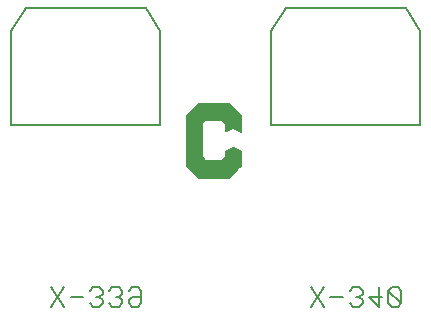
<source format=gbo>
G75*
G70*
%OFA0B0*%
%FSLAX24Y24*%
%IPPOS*%
%LPD*%
%AMOC8*
5,1,8,0,0,1.08239X$1,22.5*
%
%ADD10C,0.0060*%
%ADD11C,0.0020*%
%ADD12C,0.0050*%
D10*
X008793Y001399D02*
X009220Y002039D01*
X009437Y001719D02*
X009864Y001719D01*
X010082Y001506D02*
X010189Y001399D01*
X010402Y001399D01*
X010509Y001506D01*
X010509Y001612D01*
X010402Y001719D01*
X010509Y001826D01*
X010509Y001933D01*
X010402Y002039D01*
X010189Y002039D01*
X010082Y001933D01*
X010295Y001719D02*
X010402Y001719D01*
X010726Y001506D02*
X010833Y001399D01*
X011047Y001399D01*
X011153Y001506D01*
X011153Y001612D01*
X011047Y001719D01*
X011153Y001826D01*
X011153Y001933D01*
X011047Y002039D01*
X010833Y002039D01*
X010726Y001933D01*
X010940Y001719D02*
X011047Y001719D01*
X011371Y001612D02*
X011478Y001719D01*
X011798Y001719D01*
X011798Y001506D02*
X011691Y001399D01*
X011478Y001399D01*
X011371Y001506D01*
X011371Y001612D01*
X011371Y001933D02*
X011478Y002039D01*
X011691Y002039D01*
X011798Y001933D01*
X011798Y001506D01*
X009220Y001399D02*
X008793Y002039D01*
X017454Y002039D02*
X017881Y001399D01*
X017454Y001399D02*
X017881Y002039D01*
X018099Y001719D02*
X018526Y001719D01*
X018743Y001506D02*
X018850Y001399D01*
X019064Y001399D01*
X019170Y001506D01*
X019170Y001612D01*
X019064Y001719D01*
X019170Y001826D01*
X019170Y001933D01*
X019064Y002039D01*
X018850Y002039D01*
X018743Y001933D01*
X018957Y001719D02*
X019064Y001719D01*
X019388Y001719D02*
X019815Y001719D01*
X020032Y001506D02*
X020139Y001399D01*
X020353Y001399D01*
X020459Y001506D01*
X020032Y001933D01*
X020139Y002039D01*
X020353Y002039D01*
X020459Y001933D01*
X020459Y001506D01*
X020032Y001506D02*
X020032Y001933D01*
X019708Y002039D02*
X019708Y001399D01*
X019388Y001719D01*
D11*
X015052Y006043D02*
X013337Y006043D01*
X013355Y006025D02*
X015034Y006025D01*
X015015Y006007D02*
X013374Y006007D01*
X013392Y005989D02*
X014997Y005989D01*
X014979Y005970D02*
X013410Y005970D01*
X013429Y005952D02*
X014961Y005952D01*
X014942Y005934D02*
X013447Y005934D01*
X013466Y005916D02*
X014924Y005916D01*
X014906Y005897D02*
X013484Y005897D01*
X013502Y005879D02*
X014888Y005879D01*
X014869Y005861D02*
X013521Y005861D01*
X013539Y005843D02*
X014851Y005843D01*
X014833Y005824D02*
X013558Y005824D01*
X013576Y005806D02*
X014815Y005806D01*
X014797Y005788D02*
X013594Y005788D01*
X013613Y005770D02*
X014778Y005770D01*
X014760Y005752D02*
X013631Y005752D01*
X013650Y005733D02*
X014742Y005733D01*
X014724Y005715D02*
X013668Y005715D01*
X013686Y005697D02*
X014705Y005697D01*
X014704Y005695D02*
X015113Y006105D01*
X015113Y006593D01*
X014853Y006707D01*
X014574Y006593D01*
X014578Y006392D01*
X014471Y006294D01*
X013924Y006294D01*
X013814Y006400D01*
X013814Y007510D01*
X013912Y007609D01*
X014464Y007613D01*
X014582Y007494D01*
X014582Y007235D01*
X014846Y007357D01*
X015113Y007231D01*
X015109Y007782D01*
X014708Y008183D01*
X013684Y008172D01*
X013290Y007778D01*
X013275Y007778D01*
X013271Y006109D01*
X013692Y005691D01*
X014704Y005695D01*
X015070Y006061D02*
X013318Y006061D01*
X013300Y006080D02*
X015088Y006080D01*
X015106Y006098D02*
X013282Y006098D01*
X013271Y006116D02*
X015113Y006116D01*
X015113Y006134D02*
X013271Y006134D01*
X013271Y006153D02*
X015113Y006153D01*
X015113Y006171D02*
X013271Y006171D01*
X013271Y006189D02*
X015113Y006189D01*
X015113Y006207D02*
X013271Y006207D01*
X013271Y006226D02*
X015113Y006226D01*
X015113Y006244D02*
X013271Y006244D01*
X013271Y006262D02*
X015113Y006262D01*
X015113Y006280D02*
X013271Y006280D01*
X013271Y006298D02*
X013919Y006298D01*
X013900Y006317D02*
X013271Y006317D01*
X013271Y006335D02*
X013882Y006335D01*
X013863Y006353D02*
X013271Y006353D01*
X013271Y006371D02*
X013844Y006371D01*
X013825Y006390D02*
X013271Y006390D01*
X013271Y006408D02*
X013814Y006408D01*
X013814Y006426D02*
X013271Y006426D01*
X013272Y006444D02*
X013814Y006444D01*
X013814Y006462D02*
X013272Y006462D01*
X013272Y006481D02*
X013814Y006481D01*
X013814Y006499D02*
X013272Y006499D01*
X013272Y006517D02*
X013814Y006517D01*
X013814Y006535D02*
X013272Y006535D01*
X013272Y006554D02*
X013814Y006554D01*
X013814Y006572D02*
X013272Y006572D01*
X013272Y006590D02*
X013814Y006590D01*
X013814Y006608D02*
X013272Y006608D01*
X013272Y006627D02*
X013814Y006627D01*
X013814Y006645D02*
X013272Y006645D01*
X013272Y006663D02*
X013814Y006663D01*
X013814Y006681D02*
X013272Y006681D01*
X013272Y006699D02*
X013814Y006699D01*
X013814Y006718D02*
X013272Y006718D01*
X013272Y006736D02*
X013814Y006736D01*
X013814Y006754D02*
X013272Y006754D01*
X013272Y006772D02*
X013814Y006772D01*
X013814Y006791D02*
X013272Y006791D01*
X013272Y006809D02*
X013814Y006809D01*
X013814Y006827D02*
X013272Y006827D01*
X013272Y006845D02*
X013814Y006845D01*
X013814Y006864D02*
X013273Y006864D01*
X013273Y006882D02*
X013814Y006882D01*
X013814Y006900D02*
X013273Y006900D01*
X013273Y006918D02*
X013814Y006918D01*
X013814Y006936D02*
X013273Y006936D01*
X013273Y006955D02*
X013814Y006955D01*
X013814Y006973D02*
X013273Y006973D01*
X013273Y006991D02*
X013814Y006991D01*
X013814Y007009D02*
X013273Y007009D01*
X013273Y007028D02*
X013814Y007028D01*
X013814Y007046D02*
X013273Y007046D01*
X013273Y007064D02*
X013814Y007064D01*
X013814Y007082D02*
X013273Y007082D01*
X013273Y007100D02*
X013814Y007100D01*
X013814Y007119D02*
X013273Y007119D01*
X013273Y007137D02*
X013814Y007137D01*
X013814Y007155D02*
X013273Y007155D01*
X013273Y007173D02*
X013814Y007173D01*
X013814Y007192D02*
X013273Y007192D01*
X013273Y007210D02*
X013814Y007210D01*
X013814Y007228D02*
X013273Y007228D01*
X013273Y007246D02*
X013814Y007246D01*
X013814Y007265D02*
X013273Y007265D01*
X013274Y007283D02*
X013814Y007283D01*
X013814Y007301D02*
X013274Y007301D01*
X013274Y007319D02*
X013814Y007319D01*
X013814Y007337D02*
X013274Y007337D01*
X013274Y007356D02*
X013814Y007356D01*
X013814Y007374D02*
X013274Y007374D01*
X013274Y007392D02*
X013814Y007392D01*
X013814Y007410D02*
X013274Y007410D01*
X013274Y007429D02*
X013814Y007429D01*
X013814Y007447D02*
X013274Y007447D01*
X013274Y007465D02*
X013814Y007465D01*
X013814Y007483D02*
X013274Y007483D01*
X013274Y007501D02*
X013814Y007501D01*
X013824Y007520D02*
X013274Y007520D01*
X013274Y007538D02*
X013842Y007538D01*
X013860Y007556D02*
X013274Y007556D01*
X013274Y007574D02*
X013878Y007574D01*
X013896Y007593D02*
X013274Y007593D01*
X013274Y007611D02*
X014221Y007611D01*
X014465Y007611D02*
X015111Y007611D01*
X015110Y007629D02*
X013274Y007629D01*
X013274Y007647D02*
X015110Y007647D01*
X015110Y007666D02*
X013274Y007666D01*
X013274Y007684D02*
X015110Y007684D01*
X015110Y007702D02*
X013274Y007702D01*
X013275Y007720D02*
X015110Y007720D01*
X015110Y007738D02*
X013275Y007738D01*
X013275Y007757D02*
X015109Y007757D01*
X015109Y007775D02*
X013275Y007775D01*
X013306Y007793D02*
X015098Y007793D01*
X015080Y007811D02*
X013324Y007811D01*
X013342Y007830D02*
X015062Y007830D01*
X015043Y007848D02*
X013360Y007848D01*
X013379Y007866D02*
X015025Y007866D01*
X015007Y007884D02*
X013397Y007884D01*
X013415Y007903D02*
X014989Y007903D01*
X014970Y007921D02*
X013433Y007921D01*
X013451Y007939D02*
X014952Y007939D01*
X014934Y007957D02*
X013470Y007957D01*
X013488Y007975D02*
X014916Y007975D01*
X014898Y007994D02*
X013506Y007994D01*
X013524Y008012D02*
X014879Y008012D01*
X014861Y008030D02*
X013543Y008030D01*
X013561Y008048D02*
X014843Y008048D01*
X014825Y008067D02*
X013579Y008067D01*
X013597Y008085D02*
X014806Y008085D01*
X014788Y008103D02*
X013615Y008103D01*
X013634Y008121D02*
X014770Y008121D01*
X014752Y008139D02*
X013652Y008139D01*
X013670Y008158D02*
X014733Y008158D01*
X014715Y008176D02*
X014056Y008176D01*
X014484Y007593D02*
X015111Y007593D01*
X015111Y007574D02*
X014502Y007574D01*
X014520Y007556D02*
X015111Y007556D01*
X015111Y007538D02*
X014538Y007538D01*
X014556Y007520D02*
X015111Y007520D01*
X015111Y007501D02*
X014575Y007501D01*
X014582Y007483D02*
X015111Y007483D01*
X015112Y007465D02*
X014582Y007465D01*
X014582Y007447D02*
X015112Y007447D01*
X015112Y007429D02*
X014582Y007429D01*
X014582Y007410D02*
X015112Y007410D01*
X015112Y007392D02*
X014582Y007392D01*
X014582Y007374D02*
X015112Y007374D01*
X015112Y007356D02*
X014848Y007356D01*
X014843Y007356D02*
X014582Y007356D01*
X014582Y007337D02*
X014804Y007337D01*
X014764Y007319D02*
X014582Y007319D01*
X014582Y007301D02*
X014725Y007301D01*
X014686Y007283D02*
X014582Y007283D01*
X014582Y007265D02*
X014646Y007265D01*
X014607Y007246D02*
X014582Y007246D01*
X014886Y007337D02*
X015112Y007337D01*
X015113Y007319D02*
X014925Y007319D01*
X014964Y007301D02*
X015113Y007301D01*
X015113Y007283D02*
X015003Y007283D01*
X015041Y007265D02*
X015113Y007265D01*
X015113Y007246D02*
X015080Y007246D01*
X014871Y006699D02*
X014835Y006699D01*
X014790Y006681D02*
X014912Y006681D01*
X014954Y006663D02*
X014745Y006663D01*
X014701Y006645D02*
X014995Y006645D01*
X015037Y006627D02*
X014656Y006627D01*
X014612Y006608D02*
X015078Y006608D01*
X015113Y006590D02*
X014574Y006590D01*
X014574Y006572D02*
X015113Y006572D01*
X015113Y006554D02*
X014575Y006554D01*
X014575Y006535D02*
X015113Y006535D01*
X015113Y006517D02*
X014575Y006517D01*
X014576Y006499D02*
X015113Y006499D01*
X015113Y006481D02*
X014576Y006481D01*
X014576Y006462D02*
X015113Y006462D01*
X015113Y006444D02*
X014577Y006444D01*
X014577Y006426D02*
X015113Y006426D01*
X015113Y006408D02*
X014577Y006408D01*
X014575Y006390D02*
X015113Y006390D01*
X015113Y006371D02*
X014555Y006371D01*
X014536Y006353D02*
X015113Y006353D01*
X015113Y006335D02*
X014516Y006335D01*
X014496Y006317D02*
X015113Y006317D01*
X015113Y006298D02*
X014477Y006298D01*
D12*
X007454Y007459D02*
X007454Y010573D01*
X007944Y011361D01*
X011944Y011361D01*
X012434Y010573D01*
X012434Y007459D01*
X007454Y007459D01*
X016115Y007459D02*
X016115Y010573D01*
X016605Y011361D01*
X020605Y011361D01*
X021095Y010573D01*
X021095Y007459D01*
X016115Y007459D01*
M02*

</source>
